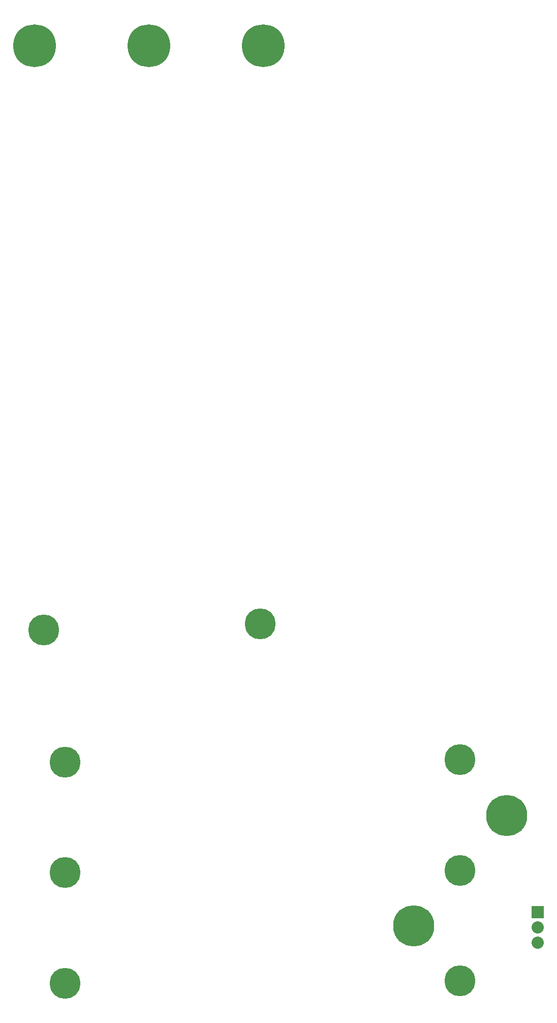
<source format=gbl>
G04 start of page 2 for group 10 layer_idx 1 *
G04 Title: (unknown), bottom_copper *
G04 Creator: pcb-rnd 2.3.0 *
G04 CreationDate: 2021-04-07 01:17:26 UTC *
G04 For:  *
G04 Format: Gerber/RS-274X *
G04 PCB-Dimensions: 525000 770000 *
G04 PCB-Coordinate-Origin: lower left *
%MOIN*%
%FSLAX25Y25*%
%LNBOTTOM_COPPER_NONE_10*%
%ADD29C,0.0400*%
%ADD28C,0.1160*%
%ADD27C,0.0846*%
%ADD26C,0.2500*%
%ADD25C,0.0800*%
%ADD24C,0.0001*%
%ADD23C,0.2700*%
%ADD22C,0.2028*%
%ADD21C,0.2805*%
G54D21*X72500Y670000D03*
X147500D03*
X222500D03*
G54D22*X220500Y291000D03*
X92500Y55500D03*
Y200500D03*
Y128000D03*
G54D23*X321000Y93000D03*
G54D24*G36*
X406500Y106000D02*Y98000D01*
X398500D01*
Y106000D01*
X406500D01*
G37*
G54D25*X402500Y92000D03*
Y82000D03*
G54D23*X382000Y165500D03*
G54D22*X78500Y287000D03*
X351500Y202000D03*
Y129500D03*
Y57000D03*
G54D26*G54D27*G54D28*G54D29*G54D28*G54D27*M02*

</source>
